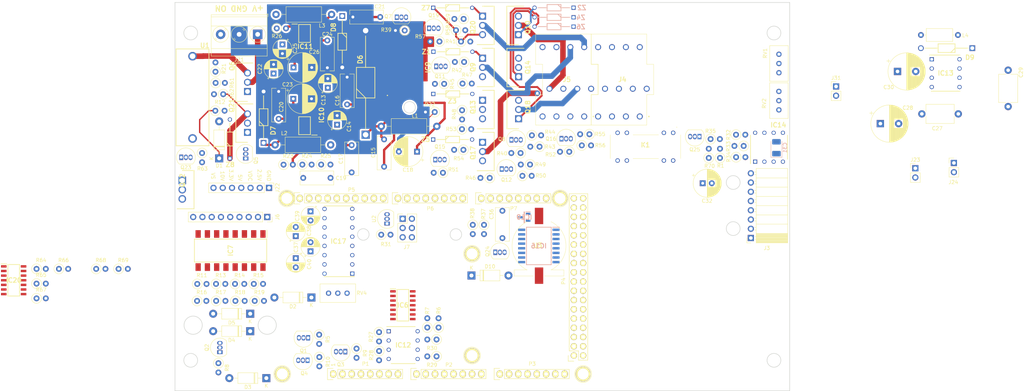
<source format=kicad_pcb>
(kicad_pcb (version 20211014) (generator pcbnew)
  (title_block (date "mar. 31 mars 2015"))
  (layers (0 "F.Cu" power) (1 "In1.Cu" signal) (2 "In2.Cu" signal) (31 "B.Cu" power) (34 "B.Paste" user) (35 "F.Paste" user) (36 "B.SilkS" user "B.Silkscreen") (37 "F.SilkS" user "F.Silkscreen") (38 "B.Mask" user) (39 "F.Mask" user) (44 "Edge.Cuts" user))
  (net 0 "")
  (net 1 "GND")
  (net 2 "+5V")
  (net 3 "+10V")
  (net 4 "+VDC")
  (net 5 "Net-(D10-Pad1)")
  (net 6 "Net-(J31-Pad1)")
  (net 7 "Net-(K1-Pad1)")
  (net 8 "SCLK")
  (net 9 "MOSI")
  (net 10 "MISO")
  (net 11 "Net-(C15-Pad1)")
  (net 12 "Net-(D3-Pad1)")
  (net 13 "ThrottlePositionADC")
  (net 14 "Net-(C15-Pad2)")
  (net 15 "Net-(D2-Pad2)")
  (net 16 "Net-(D3-Pad2)")
  (net 17 "Net-(D4-Pad2)")
  (net 18 "Net-(D8-Pad1)")
  (net 19 "Net-(D9-Pad1)")
  (net 20 "GPSRX")
  (net 21 "GPSTX")
  (net 22 "AltCurrent")
  (net 23 "FuelPressure2")
  (net 24 "AFR2")
  (net 25 "FuelPressure1")
  (net 26 "AFR1")
  (net 27 "OilPressure")
  (net 28 "SCL")
  (net 29 "SDA")
  (net 30 "WaterCS")
  (net 31 "Net-(C37-Pad1)")
  (net 32 "Net-(C38-Pad1)")
  (net 33 "ComRX")
  (net 34 "LsideCS")
  (net 35 "CarbCS")
  (net 36 "AmbientCS")
  (net 37 "RsideCS")
  (net 38 "FrontCS")
  (net 39 "Logging")
  (net 40 "Net-(IC7-Pad1)")
  (net 41 "Net-(C40-Pad1)")
  (net 42 "+3.3VP")
  (net 43 "Net-(D4-Pad1)")
  (net 44 "+2V5")
  (net 45 "Net-(C17-Pad1)")
  (net 46 "Net-(C19-Pad1)")
  (net 47 "Net-(D2-Pad1)")
  (net 48 "Net-(IC7-Pad3)")
  (net 49 "Net-(IC7-Pad7)")
  (net 50 "Net-(C20-Pad1)")
  (net 51 "GPSBat")
  (net 52 "Net-(C24-Pad1)")
  (net 53 "Net-(C27-Pad1)")
  (net 54 "Net-(C28-Pad1)")
  (net 55 "Net-(C30-Pad1)")
  (net 56 "Net-(C31-Pad1)")
  (net 57 "Net-(C32-Pad1)")
  (net 58 "Net-(C37-Pad2)")
  (net 59 "Net-(C38-Pad2)")
  (net 60 "Net-(C39-Pad2)")
  (net 61 "Net-(D5-Pad1)")
  (net 62 "Net-(D5-Pad2)")
  (net 63 "Net-(D7-Pad1)")
  (net 64 "Net-(IC7-Pad5)")
  (net 65 "Net-(IC14-Pad1)")
  (net 66 "IN3TTL")
  (net 67 "IN2TTL")
  (net 69 "IN1TTL")
  (net 72 "/A1")
  (net 76 "ComTX")
  (net 96 "Sense2-1")
  (net 97 "Sense2-3")
  (net 104 "Net-(Q8-Pad3)")
  (net 105 "Net-(IC9-Pad5)")
  (net 107 "Net-(IC10-Pad1)")
  (net 108 "Net-(IC11-Pad1)")
  (net 109 "VoltageSensor")
  (net 110 "Net-(IC12-Pad3)")
  (net 111 "Net-(IC12-Pad5)")
  (net 112 "Net-(IC14-Pad4)")
  (net 113 "Net-(IC14-Pad6)")
  (net 117 "Sense2-4")
  (net 122 "Sense2-6")
  (net 123 "Sense2-7")
  (net 124 "Sense2-8")
  (net 125 "Sense2-9")
  (net 126 "Sense2-10")
  (net 127 "Sense2-11")
  (net 128 "Sense2-12")
  (net 129 "Net-(J24-Pad1)")
  (net 130 "Sense1-1")
  (net 131 "Sense1-3")
  (net 132 "Sense1-4")
  (net 133 "Sense1-7")
  (net 134 "Sense1-10")
  (net 135 "Sense1-11")
  (net 136 "SDCS")
  (net 137 "SDDetect")
  (net 138 "Vacuum1")
  (net 139 "Vacuum2")
  (net 140 "/A10")
  (net 144 "OUTPUTLED2")
  (net 145 "Net-(Q6-Pad1)")
  (net 146 "Net-(Q6-Pad3)")
  (net 147 "OUTPUTLED1")
  (net 148 "Net-(Q7-Pad3)")
  (net 149 "OUTPUTSiren")
  (net 150 "Net-(Q9-Pad1)")
  (net 151 "Net-(Q10-Pad1)")
  (net 152 "OUTPUT4")
  (net 153 "OUTPUT3")
  (net 154 "Net-(Q11-Pad3)")
  (net 155 "OUTPUT2")
  (net 156 "Net-(Q12-Pad3)")
  (net 157 "Net-(Q13-Pad1)")
  (net 158 "Net-(Q14-Pad1)")
  (net 159 "OUTPUT1")
  (net 160 "Net-(Q15-Pad3)")
  (net 161 "Net-(Q16-Pad3)")
  (net 162 "Net-(Q17-Pad1)")
  (net 163 "Net-(Q18-Pad1)")
  (net 164 "Net-(Q19-Pad3)")
  (net 165 "Net-(Q20-Pad1)")
  (net 172 "Net-(C21-Pad1)")
  (net 173 "SpareBufferedADC")
  (net 174 "Sense1-6")
  (net 177 "+VSW")
  (net 178 "Net-(D1-Pad1)")
  (net 179 "PowerOn")
  (net 180 "Net-(J21-Pad1)")
  (net 181 "Net-(Q21-Pad1)")
  (net 182 "+3.3VA")
  (net 184 "Net-(Q5-Pad3)")
  (net 185 "Net-(IC19-Pad2)")
  (net 190 "Net-(Q22-Pad1)")
  (net 191 "Sense1-9")
  (net 192 "Sense1-12")
  (net 193 "Sense1-8")
  (net 194 "/BufferedADC/ADCIN4")
  (net 195 "Sense2-2")
  (net 196 "Sense2-5")
  (net 199 "Net-(K1-Pad6)")
  (footprint "Socket_Arduino_Mega:Socket_Strip_Arduino_2x18" (layer "F.Cu") (at 178.021103 143.971867 90)
    (fp_text reference "P4")
    (fp_text value "Digital")
  )
  (footprint "Socket_Arduino_Mega:Socket_Strip_Arduino_1x08" (layer "F.Cu") (at 111.981103 149.051867)
    (fp_text reference "P1")
    (fp_text value "Power")
  )
  (footprint "Socket_Arduino_Mega:Socket_Strip_Arduino_1x08" (layer "F.Cu") (at 134.841103 149.051867)
    (fp_text reference "P2")
    (fp_text value "Analog")
  )
  (footprint "Socket_Arduino_Mega:Socket_Strip_Arduino_1x08" (layer "F.Cu") (at 157.701103 149.051867)
    (fp_text reference "P3")
    (fp_text value "Analog")
  )
  (footprint "Socket_Arduino_Mega:Socket_Strip_Arduino_1x10" (layer "F.Cu") (at 102.837103 100.791867)
    (fp_text reference "P5")
    (fp_text value "PWM")
  )
  (footprint "Socket_Arduino_Mega:Socket_Strip_Arduino_1x08" (layer "F.Cu") (at 129.761103 100.791867)
    (fp_text reference "P6")
    (fp_text value "PWM")
  )
  (footprint "Socket_Arduino_Mega:Socket_Strip_Arduino_1x08" (layer "F.Cu") (at 152.621103 100.791867)
    (fp_text reference "P7")
    (fp_text value "Communication")
  )
  (footprint "Socket_Arduino_Mega:Arduino_1pin" (layer "F.Cu") (at 98.011103 149.051867)
    (fp_text reference "P8" hide)
    (fp_text value "CONN_01X01" hide)
  )
  (footprint "Socket_Arduino_Mega:Arduino_1pin" (layer "F.Cu") (at 150.081103 143.971867)
    (fp_text reference "P9" hide)
    (fp_text value "CONN_01X01" hide)
  )
  (footprint "Socket_Arduino_Mega:Arduino_1pin" (layer "F.Cu") (at 180.561103 149.051867)
    (fp_text reference "P10" hide)
    (fp_text value "CONN_01X01" hide)
  )
  (footprint "Socket_Arduino_Mega:Arduino_1pin" (layer "F.Cu") (at 99.281103 100.791867)
    (fp_text reference "P11" hide)
    (fp_text value "CONN_01X01" hide)
  )
  (footprint "Socket_Arduino_Mega:Arduino_1pin" (layer "F.Cu") (at 150.081103 116.031867)
    (fp_text reference "P12" hide)
    (fp_text value "CONN_01X01" hide)
  )
  (footprint "Socket_Arduino_Mega:Arduino_1pin" (layer "F.Cu") (at 174.211103 100.791867)
    (fp_text reference "P13" hide)
    (fp_text value "CONN_01X01" hide)
  )
  (footprint "SamacSys_Parts:1727751" (layer "F.Cu") (at 196.101649 78.302385 180)
    (fp_text reference "J4")
    (fp_text value "Sense1" hide)
  )
  (footprint "SamacSys_Parts:1727751" (layer "F.Cu") (at 180.857273 78.302385 180)
    (fp_text reference "J5")
    (fp_text value "Sense2" hide)
  )
  (footprint "SamacSys_Parts:DIOAD1414W86L464D238" (layer "F.Cu") (at 92.892222 85.548437 90)
    (fp_text reference "D7")
    (fp_text value "1N5817" hide)
  )
  (footprint "Diode_THT:D_DO-41_SOD81_P10.16mm_Horizontal" (layer "F.Cu") (at 149.922788 121.993033)
    (fp_text reference "D10")
    (fp_text value "1N4001")
  )
  (footprint "Package_TO_SOT_THT:TO-92_Inline" (layer "F.Cu") (at 160.890074 84.718743)
    (fp_text reference "Q8")
    (fp_text value "2N7000")
  )
  (footprint "Resistor_THT:R_Axial_DIN0207_L6.3mm_D2.5mm_P2.54mm_Vertical" (layer "F.Cu") (at 168.607802 86.594047 180)
    (fp_text reference "R43")
    (fp_text value "100k")
  )
  (footprint "Diode_THT:D_DO-41_SOD81_P10.16mm_Horizontal" (layer "F.Cu") (at 80.706318 89.808709 90)
    (fp_text reference "D1")
    (fp_text value "1N4007")
  )
  (footprint "Package_TO_SOT_THT:TO-92_Inline" (layer "F.Cu") (at 174.624522 84.413207)
    (fp_text reference "Q16")
    (fp_text value "2N7000")
  )
  (footprint "SamacSys_Parts:TO254P469X1042X1967-3P" (layer "F.Cu") (at 152.969072 73.847266 -90)
    (fp_text reference "Q13")
    (fp_text value "IRF9Z34NPBF" hide)
  )
  (footprint "Resistor_THT:R_Axial_DIN0207_L6.3mm_D2.5mm_P2.54mm_Vertical" (layer "F.Cu") (at 108.14467 138.243255 -90)
    (fp_text reference "R5")
    (fp_text value "R")
  )
  (footprint "Resistor_THT:R_Axial_DIN0207_L6.3mm_D2.5mm_P2.54mm_Vertical" (layer "F.Cu") (at 30.596306 124.220235)
    (fp_text reference "R65")
    (fp_text value "47K")
  )
  (footprint "Resistor_THT:R_Axial_DIN0207_L6.3mm_D2.5mm_P2.54mm_Vertical" (layer "F.Cu") (at 180.195444 86.247727)
    (fp_text reference "R56")
    (fp_text value "10k")
  )
  (footprint "SamacSys_Parts:TO254P469X1042X1967-3P" (layer "F.Cu") (at 88.471625 71.436679 90)
    (fp_text reference "Q6")
    (fp_text value "IRF9Z34NPBF" hide)
  )
  (footprint "Capacitor_THT:CP_Radial_D10.0mm_P5.00mm" (layer "F.Cu") (at 266.818632 65.935118)
    (fp_text reference "C30")
    (fp_text value "68uF")
  )
  (footprint "Resistor_THT:R_Axial_DIN0207_L6.3mm_D2.5mm_P2.54mm_Vertical" (layer "F.Cu") (at 147.774095 51.494803 180)
    (fp_text reference "R59")
    (fp_text value "10k")
  )
  (footprint "Resistor_THT:R_Axial_DIN0207_L6.3mm_D2.5mm_P2.54mm_Vertical" (layer "F.Cu") (at 147.351508 76.587832 -90)
    (fp_text reference "R48")
    (fp_text value "10k")
  )
  (footprint "Resistor_THT:R_Axial_DIN0207_L6.3mm_D2.5mm_P2.54mm_Vertical" (layer "F.Cu") (at 30.596306 120.170235)
    (fp_text reference "R64")
    (fp_text value "47K")
  )
  (footprint "Resistor_THT:R_Axial_DIN0207_L6.3mm_D2.5mm_P2.54mm_Vertical" (layer "F.Cu") (at 139.843058 77.085069 180)
    (fp_text reference "R22")
    (fp_text value "4.7K")
  )
  (footprint "Resistor_THT:R_Axial_DIN0207_L6.3mm_D2.5mm_P2.54mm_Vertical" (layer "F.Cu") (at 147.061383 57.723321)
    (fp_text reference "R41")
    (fp_text value "100k")
  )
  (footprint "Connector_PinHeader_2.54mm:PinHeader_1x02_P2.54mm_Vertical" (layer "F.Cu") (at 282.290646 91.070005)
    (fp_text reference "J24")
    (fp_text value "Conn_01x02")
  )
  (footprint "Inductor_THT:L_Axial_L9.5mm_D4.0mm_P15.24mm_Horizontal_Fastron_SMCC" (layer "F.Cu") (at 96.052169 86.102393)
    (fp_text reference "L2")
    (fp_text value "100mH")
  )
  (footprint "Resistor_THT:R_Axial_DIN0207_L6.3mm_D2.5mm_P2.54mm_Vertical" (layer "F.Cu") (at 79.68735 66.00258 90)
    (fp_text reference "R21")
    (fp_text value "4.7K")
  )
  (footprint "Resistor_THT:R_Axial_DIN0207_L6.3mm_D2.5mm_P2.54mm_Vertical" (layer "F.Cu") (at 79.730457 69.077531)
    (fp_text reference "R61")
    (fp_text value "10k")
  )
  (footprint "SamacSys_Parts:DIOAD1414W86L464D238" (layer "F.Cu") (at 114.476323 50.716346 -90)
    (fp_text reference "D8")
    (fp_text value "1N5817" hide)
  )
  (footprint "Resistor_THT:R_Axial_DIN0207_L6.3mm_D2.5mm_P2.54mm_Vertical" (layer "F.Cu") (at 145.684095 54.609942)
    (fp_text reference "R58")
    (fp_text value "100k")
  )
  (footprint "Package_TO_SOT_THT:TO-92_Inline" (layer "F.Cu") (at 70.30385 89.526564)
    (fp_text reference "Q23")
    (fp_text value "2N7000")
  )
  (footprint "Package_TO_SOT_THT:TO-92_Inline" (layer "F.Cu") (at 80.900124 143.055955 90)
    (fp_text reference "Q2")
    (fp_text value "2N7000")
  )
  (footprint "SamacSys_Parts:DIOAD2860W130L840D505" (layer "F.Cu") (at 120.888367 83.319611 90)
    (fp_text reference "D6")
    (fp_text value "SR305-TP" hide)
  )
  (footprint "Package_TO_SOT_THT:TO-92_Inline" (layer "F.Cu") (at 126.761923 107.716737 90)
    (fp_text reference "U2")
    (fp_text value "TL431LP")
  )
  (footprint "Package_TO_SOT_THT:TO-92_Inline" (layer "F.Cu") (at 156.465712 115.613141)
    (fp_text reference "Q24")
    (fp_text value "BS250")
  )
  (footprint "Inductor_THT:L_Axial_L7.0mm_D3.3mm_P10.16mm_Horizontal_Fastron_MICC" (layer "F.Cu") (at 273.243312 55.918097)
    (fp_text reference "L4")
    (fp_text value "L")
  )
  (footprint "Package_TO_SOT_THT:TO-92_Inline" (layer "F.Cu") (at 140.001723 90.159892)
    (fp_text reference "Q15")
    (fp_text value "2N7000")
  )
  (footprint "SamacSys_Parts:LM2670SX50NOPB" (layer "F.Cu") (at 130.658449 62.667147 -90)
    (fp_text reference "IC9")
    (fp_text value "LM2670SX-5.0_NOPB" hide)
  )
  (footprint "Resistor_THT:R_Axial_DIN0207_L6.3mm_D2.5mm_P2.54mm_Vertical" (layer "F.Cu") (at 125.17237 110.772561)
    (fp_text reference "R31")
    (fp_text value "1k")
  )
  (footprint "Resistor_THT:R_Axial_DIN0207_L6.3mm_D2.5mm_P2.54mm_Vertical" (layer "F.Cu") (at 30.596306 128.270235)
    (fp_text reference "R67")
    (fp_text value "47K")
  )
  (footprint "Resistor_THT:R_Axial_DIN0207_L6.3mm_D2.5mm_P2.54mm_Vertical" (layer "F.Cu") (at 103.527591 91.520795)
    (fp_text reference "R24")
    (fp_text value "1k")
  )
  (footprint "TerminalBlock_Phoenix:TerminalBlock_Phoenix_MKDS-3-3-5.08_1x03_P5.08mm_Horizontal" (layer "F.Cu") (at 91.265191 55.74306 180)
    (fp_text reference "J21")
    (fp_text value "Screw_Terminal_01x03")
  )
  (footprint "Capacitor_THT:C_Rect_L9.0mm_W3.6mm_P7.50mm_MKT" (layer "F.Cu") (at 103.764498 95.181025)
    (fp_text reference "C19")
    (fp_text value "C")
  )
  (footprint "SamacSys_Parts:DIP051A7212L" (layer "F.Cu") (at 205.260789 82.788109 180)
    (fp_text reference "K1")
    (fp_text value "DIP05-1A72-12L" hide)
  )
  (footprint "Capacitor_THT:CP_Radial_D5.0mm_P2.50mm" (layer "F.Cu") (at 113.074331 80.554802 90)
    (fp_text reference "C14")
    (fp_text value "15uF")
  )
  (footprint "Resistor_THT:R_Axial_DIN0207_L6.3mm_D2.5mm_P2.54mm_Vertical" (layer "F.Cu") (at 154.933747 95.182935 180)
    (fp_text reference "R46")
    (fp_text value "1M")
  )
  (footprint "Resistor_THT:R_Axial_DIN0207_L6.3mm_D2.5mm_P2.54mm_Vertical" (layer "F.Cu") (at 118.390456 142.064558 -90)
    (fp_text reference "R9")
    (fp_text value "R")
  )
  (footprint "Package_TO_SOT_THT:TO-92_Inline" (layer "F.Cu") (at 138.302382 54.07777)
    (fp_text reference "Q19")
    (fp_text value "2N7000")
  )
  (footprint "Connector_PinSocket_2.54mm:PinSocket_1x09_P2.54mm_Vertical" (layer "F.Cu") (at 93.896762 105.925624 -90)
    (fp_text reference "J6")
    (fp_text value "AdafruitUltimateGPS")
  )
  (footprint "Resistor_THT:R_Axial_DIN0207_L6.3mm_D2.5mm_P2.54mm_Vertical" (layer "F.Cu") (at 153.369046 108.072849 -90)
    (fp_text reference "R37")
    (fp_text value "10k")
  )
  (footprint "SamacSys_Parts:TO254P469X1042X1967-3P" (layer "F.Cu") (at 152.969072 50.748732 -90)
    (fp_text reference "Q20")
    (fp_text value "IRF9Z34NPBF" hide)
  )
  (footprint "Resistor_THT:R_Axial_DIN0207_L6.3mm_D2.5mm_P2.54mm_Vertical" (layer "F.Cu") (at 224.611282 86.399558 180)
    (fp_text reference "R33")
    (fp_text value "22k")
  )
  (footprint "Connector_PinHeader_2.54mm:PinHeader_1x07_P2.54mm_Vertical" (layer "F.Cu") (at 94.384854 97.908551 -90)
    (fp_text reference "J22")
    (fp_text value "Conn_01x07")
  )
  (footprint "SamacSys_Parts:SOP254P1016X460-16N" (layer "F.Cu") (at 83.828519 115.129706 -90)
    (fp_text reference "IC7")
    (fp_text value "LTV-846S" hide)
  )
  (footprint "SamacSys_Parts:DIOAD1068W53L380D172" (layer "F.Cu") (at 139.400409 84.637116)
    (fp_text reference "Z5")
    (fp_text value "BZX79C10" hide)
  )
  (footprint "Capacitor_THT:C_Rect_L9.0mm_W3.6mm_P7.50mm_MKT" (layer "F.Cu") (at 158.411378 104.207199 -90)
    (fp_text reference "C36")
    (fp_text value "0.1uF")
  )
  (footprint "SamacSys_Parts:SOIC127P600X175-8N" (layer "F.Cu") (at 104.129277 55.498893)
    (fp_text reference "IC11")
    (fp_text value "LM2597M-3.3_NOPB" hide)
  )
  (footprint "Resistor_THT:R_Axial_DIN0207_L6.3mm_D2.5mm_P2.54mm_Vertical" (layer "F.Cu") (at 165.995474 91.505499 180)
    (fp_text reference "R49")
    (fp_text value "100k")
  )
  (footprint "SamacSys_Parts:DIOAD1414W86L464D238" (layer "F.Cu") (at 287.336282 59.535751 180)
    (fp_text reference "D9")
    (fp_text value "1N5817" hide)
  )
  (footprint "Resistor_THT:R_Axial_DIN0207_L6.3mm_D2.5mm_P2.54mm_Vertical" (layer "F.Cu") (at 218.11185 89.695625 90)
    (fp_text reference "R1")
    (fp_text value "50K")
  )
  (footprint "Package_TO_SOT_THT:TO-92_Inline" (layer "F.Cu") (at 158.237869 92.748083)
    (fp_text reference "Q12")
    (fp_text value "2N7000")
  )
  (footprint "Capacitor_THT:CP_Radial_D5.0mm_P2.50mm" (layer "F.Cu") (at 105.777591 104.378775 -90)
    (fp_text reference "C39")
    (fp_text value "1uF")
  )
  (footprint "Capacitor_THT:CP_Radial_D5.0mm_P2.50mm" (layer "F.Cu") (at 101.718203 117.243175 -90)
    (fp_text reference "C40")
    (fp_text value "1uF")
  )
  (footprint "Resistor_THT:R_Axial_DIN0207_L6.3mm_D2.5mm_P2.54mm_Vertical" (layer "F.Cu") (at 74.694746 124.310636)
    (fp_text reference "R11")
    (fp_text value "R")
  )
  (footprint "Resistor_THT:R_Axial_DIN0207_L6.3mm_D2.5mm_P2.54mm_Vertical" (layer "F.Cu") (at 80.495888 146.081552 -90)
    (fp_text reference "R8")
    (fp_text value "R")
  )
  (footprint "Capacitor_THT:C_Rect_L9.0mm_W3.6mm_P7.50mm_MKT" (layer "F.Cu") (at 115.811046 75.003572 90)
    (fp_text reference "C16")
    (fp_text value "0.47uF")
  )
  (footprint "Resistor_THT:R_Axial_DIN0207_L6.3mm_D2.5mm_P2.54mm_Vertical" (layer "F.Cu") (at 108.188893 144.400128 -90)
    (fp_text reference "R10")
    (fp_text value "R")
  )
  (footprint "Resistor_THT:R_Axial_DIN0207_L6.3mm_D2.5mm_P2.54mm_Vertical" (layer "F.Cu") (at 147.470927 69.262584)
    (fp_text reference "R47")
    (fp_text value "100k")
  )
  (footprint "Potentiometer_THT:Potentiometer_Bourns_3296W_Vertical" (layer "F.Cu") (at 234.269282 71.412676 90)
    (fp_text reference "RV2")
    (fp_text value "100k")
  )
  (footprint "Resistor_THT:R_Axial_DIN0207_L6.3mm_D2.5mm_P2.54mm_Vertical" (layer "F.Cu") (at 79.646209 76.71853)
    (fp_text reference "R12")
    (fp_text value "1M")
  )
  (footprint "Resistor_THT:R_Axial_DIN0207_L6.3mm_D2.5mm_P2.54mm_Vertical" (layer "F.Cu") (at 222.515112 83.302677)
    (fp_text reference "R32")
    (fp_text value "10k")
  )
  (footprint "Package_TO_SOT_THT:TO-92_Inline" (layer "F.Cu") (at 115.307996 142.905635 180)
    (fp_text reference "Q3")
    (fp_text value "2N7000")
  )
  (footprint "SamacSys_Parts:DIP762W56P254L938H457Q8N" (layer "F.Cu") (at 280.020903 66.400053)
    (fp_text reference "IC13")
    (fp_text value "MAX764CPA+" hide)
  )
  (footprint "Resistor_THT:R_Axial_DIN0207_L6.3mm_D2.5mm_P2.54mm_Vertical" (layer "F.Cu") (at 147.90809 63.328614 180)
    (fp_text reference "R42")
    (fp_text value "10k")
  )
  (footprint "Capacitor_THT:C_Rect_L9.0mm_W3.6mm_P7.50mm_MKT" (layer "F.Cu") (at 125.959526 92.097663 90)
    (fp_text reference "C15")
    (fp_text value "0.1uF")
  )
  (footprint "Resistor_THT:R_Axial_DIN0207_L6.3mm_D2.5mm_P2.54mm_Vertical" (layer "F.Cu") (at 222.538892 89.478639)
    (fp_text reference "R34")
    (fp_text value "100k")
  )
  (footprint "Capacitor_THT:CP_Radial_D8.0mm_P5.00mm" (layer "F.Cu") (at 134.997929 87.96466 180)
    (fp_text reference "C18")
    (fp_text value "120uF")
  )
  (footprint "SamacSys_Parts:TO254P469X1042X1967-3P" (layer "F.Cu") (at 152.969072 85.396534 -90)
    (fp_text reference "Q17")
    (fp_text value "IRF9Z34NPBF" hide)
  )
  (footprint "Capacitor_THT:C_Disc_D7.5mm_W5.0mm_P10.00mm" (layer "F.Cu") (at 273.496315 77.595829)
    (fp_text reference "C27")
    (fp_text value "0.1uF")
  )
  (footprint "Capacitor_THT:C_Disc_D7.5mm_W5.0mm_P10.00mm" (layer "F.Cu") (at 297.169431 65.58462 -90)
    (fp_text reference "C29")
    (fp_text value "0.1uF")
  )
  (footprint "Capacitor_THT:CP_Radial_D5.0mm_P2.50mm" (layer "F.Cu") (at 110.50866 70.406149 90)
    (fp_text reference "C13")
    (fp_text value "15uF")
  )
  (footprint "Resistor_THT:R_Axial_DIN0207_L6.3mm_D2.5mm_P2.54mm_Vertical" (layer "F.Cu") (at 53.106306 120.170235)
    (fp_text reference "R69")
    (fp_text value "47K")
  )
  (footprint "Package_TO_SOT_THT:TO-92_Inline" (layer "F.Cu") (at 140.261823 64.541196)
    (fp_text reference "Q11")
    (fp_text value "2N7000")
  )
  (footprint "Resistor_THT:R_Axial_DIN0207_L6.3mm_D2.5mm_P2.54mm_Vertical" (layer "F.Cu") (at 36.736306 120.170235)
    (fp_text reference "R66")
    (fp_text value "47K")
  )
  (footprint "Resistor_THT:R_Axial_DIN0207_L6.3mm_D2.5mm_P2.54mm_Vertical" (layer "F.Cu") (at 142.435361 69.333515 180)
    (fp_text reference "R45")
    (fp_text value "1M")
  )
  (footprint "SamacSys_Parts:TO254P465X1024X2050-3P" (layer "F.Cu") (at 70.584136 95.867232 -90)
    (fp_text reference "Q22")
    (fp_text value "IRF9610PBF-BE3" hide)
  )
  (footprint "Diode_THT:D_DO-41_SOD81_P10.16mm_Horizontal" (layer "F.Cu") (at 106.014873 128.035381 180)
    (fp_text reference "D2")
    (fp_text value "1N4007")
  )
  (footprint "SamacSys_Parts:SOIC127P600X175-8N" (layer "F.Cu") (at 104.129277 80.832944 180)
    (fp_text reference "IC10")
    (fp_text value "LM2597MX-ADJ_NOPB" hide)
  )
  (footprint "Resistor_THT:R_Axial_DIN0207_L6.3mm_D2.5mm_P2.54mm_Vertical" (layer "F.Cu") (at 74.643204 128.969754)
    (fp_text reference "R16")
    (fp_text value "R")
  )
  (footprint "Capacitor_THT:C_Rect_L9.0mm_W3.6mm_P7.50mm_MKT" (layer "F.Cu") (at 124.890197 50.980698 180)
    (fp_text reference "C21")
    (fp_text value "0.1uF")
  )
  (footprint "Connector_PinSocket_2.54mm:PinSocket_1x08_P2.54mm_Horizontal" (layer "F.Cu") (at 226.581182 111.690722 180)
    (fp_text reference "J3")
    (fp_text value "Conn_01x08")
  )
  (footprint "Resistor_THT:R_Axial_DIN0207_L6.3mm_D2.5mm_P2.54mm_Vertical" (layer "F.Cu") (at 96.49804 54.101895)
    (fp_text reference "R26")
    (fp_text value "4.7K")
  )
  (footprint "Resistor_THT:R_Axial_DIN0207_L6.3mm_D2.5mm_P2.54mm_Vertical" (layer "F.Cu") (at 85.160444 128.969754)
    (fp_text reference "R18")
    (fp_text value "R")
  )
  (footprint "Resistor_THT:R_Axial_DIN0207_L6.3mm_D2.5mm_P2.54mm_Vertical" (layer "F.Cu") (at 124.580055 137.553389 -90)
    (fp_text reference "R27")
    (fp_text value "47k")
  )
  (footprint "SamacSys_Parts:DIP762W56P254L1918H457Q16N" (layer "F.Cu") (at 113.417007 112.593659 180)
    (fp_text reference "IC17")
    (fp_text value "MAX232CPE+" hide)
  )
  (footprint "SamacSys_Parts:S8411-45R_1" (layer "F.Cu") (at 168.461826 113.832474)
    (fp_text reference "U3")
    (fp_text value "S8411-45R" hide)
  )
  (footprint "Resistor_THT:R_Axial_DIN0207_L6.3mm_D2.5mm_P2.54mm_Vertical" (layer "F.Cu") (at 140.349949 139.56494 180)
    (fp_text reference "R30")
    (fp_text value "1M")
  )
  (footprint "SamacSys_Parts:DIOAD1068W53L380D172" (layer "F.Cu") (at 139.490551 60.519109)
    (fp_text reference "Z1")
    (fp_text value "BZX79C10" hide)
  )
  (footprint "Resistor_THT:R_Axial_DIN0207_L6.3mm_D2.5mm_P2.54mm_Vertical" (layer "F.Cu") (at 163.902377 94.613038)
    (fp_text reference "R50")
    (fp_text value "10k")
  )
  (footprint "Capacitor_THT:CP_Radial_D10.0mm_P5.00mm" (layer "F.Cu") (at 262.116355 80.268211)
    (fp_text reference "C28")
    (fp_text value "120uF")
  )
  (footprint "Capacitor_THT:CP_Radial_D5.0mm_P2.50mm" (layer "F.Cu") (at 101.718203 111.16616 90)
    (fp_text reference "C38")
    (fp_text value "1uF")
  )
  (footprint "SamacSys_Parts:DIOAD1068W53L380D172" (layer "F.Cu") (at 83.647496 89.836968 90)
    (fp_text reference "Z8")
    (fp_text value "BZX79C10" hide)
  )
  (footprint "SamacSys_Parts:DIOAD1068W53L380D172" (layer "F.Cu") (at 139.423779 48.453427)
    (fp_text reference "Z7")
    (fp_text value "BZX79C10" hide)
  )
  (footprint "SamacSys_Parts:DIOAD1068W53L380D172" (layer "F.Cu") (at 139.45174 72.11057)
    (fp_text reference "Z3")
    (fp_text value "BZX79C10" hide)
  )
  (footprint "SamacSys_Parts:BK_HTC-15M" (layer "F.Cu") (at 73.402741 73.046955 -90)
    (fp_text reference "U1")
    (fp_text value "BK_HTC-15M" hide)
  )
  (footprint "Potentiometer_THT:Potentiometer_Bourns_3296W_Vertical" (layer "F.Cu") (at 234.282747 61.210156 90)
    (fp_text reference "RV1")
    (fp_text value "100k")
  )
  (footprint "Package_TO_SOT_THT:TO-92_Inline" (layer "F.Cu") (at 129.439411 51.033297)
    (fp_text reference "Q7")
    (fp_text value "2N7000")
  )
  (footprint "Capacitor_THT:CP_Radial_D8.0mm_P5.00mm" (layer "F.Cu") (at 101.10432 64.85092)
    (fp_text reference "C26")
    (fp_text value "120uF")
  )
  (footprint "Resistor_THT:R_Axial_DIN0207_L6.3mm_D2.5mm_P2.54mm_Vertical" (layer "F.Cu") (at 108.692696 91.511172)
    (fp_text reference "R25")
    (fp_text value "7.5K")
  )
  (footprint "Capacitor_THT:C_Rect_L9.0mm_W3.6mm_P7.50mm_MKT" (layer "F.Cu") (at 97.028073 78.937346 90)
    (fp_text reference "C20")
    (fp_text value "0.1uF")
  )
  (footprint "Resistor_THT:R_Axial_DIN0207_L6.3mm_D2.5mm_P2.54mm_Vertical" (layer "F.Cu") (at 140.349949 144.204149 180)
    (fp_text reference "R29")
    (fp_text value "1M")
  )
  (footprint "Package_TO_SOT_THT:TO-92_Inline" (layer "F.Cu") (at 87.981625 89.848535 90)
    (fp_text reference "Q5")
    (fp_text value "2N7000")
  )
  (footprint "Resistor_THT:R_Axial_DIN0207_L6.3mm_D2.5mm_P2.54mm_Vertical" (layer "F.Cu") (at 90.206231 124.300044)
    (fp_text reference "R15")
    (fp_text value "R")
  )
  (footprint "Capacitor_THT:CP_Radial_D5.0mm_P2.50mm" (layer "F.Cu") (at 95.632742 66.514509 90)
    (fp_text reference "C22")
    (fp_text value "68uF")
  )
  (footprint "SamacSys_Parts:DIP794W53P254L959H508Q8N" (layer "F.Cu") (at 131.188172 141.111343)
    (fp_text reference "IC12")
    (fp_text value "OPA2340PA" hide)
  )
  (footprint "SamacSys_Parts:TO254P469X1042X1967-3P" (layer "F.Cu") (at 162.856372 67.377999 90)
    (fp_text reference "Q14")
    (fp_text value "IRF9Z34NPBF" hide)
  )
  (footprint "Capacitor_THT:CP_Radial_D8.0mm_P5.00mm" (layer "F.Cu") (at 101.039155 73.440926)
    (fp_text reference "C23")
    (fp_text value "120uF")
  )
  (footprint "Resistor_THT:R_Axial_DIN0207_L6.3mm_D2.5mm_P2.54mm_Vertical" (layer "F.Cu") (at 81.820457 72.188222 180)
    (fp_text reference "R62")
    (fp_text value "100k")
  )
  (footprint "Resistor_THT:R_Axial_DIN0207_L6.3mm_D2.5mm_P2.54mm_Vertical" (layer "F.Cu") (at 215.533768 84.507989)
    (fp_text reference "R35")
    (fp_text value "470")
  )
  (footprint "Resistor_THT:R_Axial_DIN0207_L6.3mm_D2.5mm_P2.54mm_Vertical" (layer "F.Cu") (at 147.321733 81.789741)
    (fp_text reference "R53")
    (fp_text value "100k")
  )
  (footprint "Resistor_THT:R_Axial_DIN0207_L6.3mm_D2.5mm_P2.54mm_Vertical" (layer "F.Cu") (at 150.284621 108.072849 -90)
    (fp_text reference "R38")
    (fp_text value "10k")
  )
  (footprint "Resistor_THT:R_Axial_DIN0207_L6.3mm_D2.5mm_P2.54mm_Vertical" (layer "F.Cu") (at 182.285444 83.181704 180)
    (fp_text reference "R55")
    (fp_text value "100k")
  )
  (footprint "Connector_PinHeader_2.54mm:PinHeader_1x02_P2.54mm_Vertical" (layer "F.Cu") (at 271.707907 92.526273)
    (fp_text reference "J23")
    (fp_text value "Conn_01x02")
  )
  (footprint "Resistor_THT:R_Axial_DIN0207_L6.3mm_D2.5mm_P2.54mm_Vertical" (layer "F.Cu") (at 176.759399 87.990319 180)
    (fp_text reference "R52")
    (fp_text value "1M")
  )
  (footprint "Capacitor_THT:C_Rect_L9.0mm_W3.6mm_P7.50mm_MKT" (layer "F.Cu") (at 117.048182 86.173182 -90)
    (fp_text reference "C17")
    (fp_text value "0.1uF")
  )
  (footprint "Resistor_THT:R_Axial_DIN0207_L6.3mm_D2.5mm_P2.54mm_Vertical" (layer "F.Cu") (at 166.497814 83.480017)
    (fp_text reference "R44")
    (fp_text value "10k")
  )
  (footprint "Diode_THT:D_DO-41_SOD81_P10.16mm_Horizontal" (layer "F.Cu") (at 89.215623 132.49789 180)
    (fp_text reference "D5")
    (fp_text value "1N4007")
  )
  (footprint "Capacitor_THT:CP_Radial_D7.5mm_P2.50mm" (layer "F.Cu") (at 213.364343 96.645672)
    (fp_text reference "C32")
    (fp_text value "1uF")
  )
  (footprint "SamacSys_Parts:SOIC127P600X175-14N" (layer "F.Cu") (at 131.098932 130.15138)
    (fp_text reference "IC6")
    (fp_text value "OPA4340UA" hide)
  )
  (footprint "Package_TO_SOT_THT:TO-92_Inline" (layer "F.Cu") (at 212.470219 83.820747 180)
    (fp_text reference "Q25")
    (fp_text value "2N7000")
  )
  (footprint "SamacSys_Parts:TO254P469X1042X1967-3P" (layer "F.Cu") (at 88.471625 82.669124 90)
    (fp_text reference "Q21")
    (fp_text value "IRF9Z34NPBF" hide)
  )
  (footprint "Capacitor_THT:CP_Radial_D5.0mm_P2.50mm" (layer "F.Cu") (at 98.051565 58.524371 -90)
    (fp_text reference "C25")
    (fp_text value "68uF")
  )
  (footprint "Resistor_THT:R_Axial_DIN0207_L6.3mm_D2.5mm_P2.54mm_Vertical" (layer "F.Cu") (at 90.456359 128.969754)
    (fp_text reference "R19")
    (fp_text value "R")
  )
  (footprint "Resistor_THT:R_Axial_DIN0207_L6.3mm_D2.5mm_P2.54mm_Vertical" (layer "F.Cu") (at 46.966306 120.170235)
    (fp_text reference "R68")
    (fp_text value "47K")
  )
  (footprint "Resistor_THT:R_Axial_DIN0207_L6.3mm_D2.5mm_P2.54mm_Vertical" (layer "F.Cu") (at 215.03261 89.695625 90)
    (fp_text reference "R70")
    (fp_text value "R")
  )
  (footprint "SamacSys_Parts:SOIC127P600X175-14N" (layer "F.Cu") (at 24.321306 123.295235)
    (fp_text reference "IC20")
    (fp_text value "OPA4340UA" hide)
  )
  (footprint "Resistor_THT:R_Axial_DIN0207_L6.3mm_D2.5mm_P2.54mm_Vertical" (layer "F.Cu") (at 140.895923 136.279417 90)
    (fp_text reference "R6")
    (fp_text value "47K")
  )
  (footprint "Resistor_THT:R_Axial_DIN0207_L6.3mm_D2.5mm_P2.54mm_Vertical" (layer "F.Cu") (at 147.711926 87.463195 180)
    (fp_text reference "R54")
    (fp_text value "10k")
  )
  (footprint "Resistor_THT:R_Axial_DIN0207_L6.3mm_D2.5mm_P2.54mm_Vertical" (layer "F.Cu") (at 124.58691 142.739408 -90)
    (fp_text reference "R28")
    (fp_text value "19.2k")
  )
  (footprint "Connector_PinHeader_2.54mm:PinHeader_2x03_P2.54mm_Vertical" (layer "F.Cu") (at 131.045497 106.400942)
    (fp_text reference "J7")
    (fp_text value "Conn_02x03_Odd_Even")
  )
  (footprint "Resistor_THT:R_Axial_DIN0207_L6.3mm_D2.5mm_P2.54mm_Vertical" (layer "F.Cu") (at 163.398789 88.34917 180)
    (fp_text reference "R40")
    (fp_text value "1M")
  )
  (footprint "Capacitor_THT:C_Rect_L9.0mm_W3.6mm_P7.50mm_MKT" (layer "F.Cu") (at 110.383568 57.41471 -90)
    (fp_text reference "C24")
    (fp_text value "0.1uF")
  )
  (footprint "Resistor_THT:R_Axial_DIN0207_L6.3mm_D2.5mm_P2.54mm_Vertical" (layer "F.Cu") (at 131.603846 54.678143 180)
    (fp_text reference "R39")
    (fp_text value "1M")
  )
  (footprint "Resistor_THT:R_Axial_DIN0207_L6.3mm_D2.5mm_P2.54mm_Vertical" (layer "F.Cu") (at 142.096841 93.759769 180)
    (fp_text reference "R51")
    (fp_text value "1M")
  )
  (footprint "SamacSys_Parts:TO254P469X1042X1967-3P" (layer "F.Cu") (at 152.969072 62.297999 -90)
    (fp_text reference "Q9")
    (fp_text value "IRF9Z34NPBF" hide)
  )
  (footprint "Connector_PinHeader_2.54mm:PinHeader_1x02_P2.54mm_Vertical" (layer "F.Cu") (at 249.958807 70.056607)
    (fp_text reference "J31")
    (fp_text value "Conn_01x02")
  )
  (footprint "Resistor_THT:R_Axial_DIN0207_L6.3mm_D2.5mm_P2.54mm_Vertical" (layer "F.Cu") (at 79.847587 124.300044)
    (fp_text reference "R13")
    (fp_text value "R")
  )
  (footprint "Diode_THT:D_DO-41_SOD81_P10.16mm_Horizontal" (layer "F.Cu") (at 89.215623 137.290538 180)
    (fp_text reference "D4")
    (fp_text value "1N4007")
  )
  (footprint "Resistor_THT:R_Axial_DIN0207_L6.3mm_D2.5mm_P2.54mm_Vertical" (layer "F.Cu") (at 79.880741 128.9613)
    (fp_text reference "R17")
    (fp_text value "R")
  )
  (footprint "Resistor_THT:R_Axial_DIN0207_L6.3mm_D2.5mm_P2.54mm_Vertical" (layer "F.Cu") (at 76.015836 88.348196 -90)
    (fp_text reference "R63")
    (fp_text value "1M")
  )
  (footprint "Package_TO_SOT_THT:TO-92_Inline" (layer "F.Cu") (at 105.116442 139.102243 180)
    (fp_text reference "Q1")
    (fp_text value "2N7000")
  )
  (footprint "Resistor_THT:R_Axial_DIN0207_L6.3mm_D2.5mm_P2.54mm_Vertical" (layer "F.Cu") (at 98.369916 91.532792)
    (fp_text reference "R23")
    (fp_text value "4.7K")
  )
  (footprint "Capacitor_THT:CP_Radial_D5.0mm_P2.50mm" (layer "F.Cu") (at 105.777591 115.358794 90)
    (fp_text reference "C37")
    (fp_text value "1uF")
  )
  (footprint "Inductor_THT:L_Axial_L9.5mm_D4.0mm_P15.24mm_Horizontal_Fastron_SMCC" (layer "F.Cu") (at 125.176314 81.011745)
    (fp_text reference "L1")
    (fp_text value "33mH")
  )
  (footprint "Package_TO_SOT_THT:TO-92_Inline" (layer "F.Cu") (at 104.958993 145.284716 180)
    (fp_text reference "Q4")
    (fp_text value "2N7000")
  )
  (footprint "SamacSys_Parts:DIP794W53P254L959H508Q8N" (layer "F.Cu") (at 231.565408 86.750409 90)
    (fp_text reference "IC14")
    (fp_text value "LM2917N-8_NOPB" hide)
  )
  (footprint "Resistor_THT:R_Axial_DIN0207_L6.3mm_D2.5mm_P2.54mm_Vertical" (layer "F.Cu") (at 137.809949 136.273878 90)
    (fp_text reference "R7")
    (fp_text value "47K")
  )
  (footprint "SamacSys_Parts:TO254P469X1042X1967-3P" (layer "F.Cu") (at 162.809284 55.828732 90)
    (fp_text reference "Q10")
    (fp_text value "IRF9Z34NPBF" hide)
  )
  (footprint "Inductor_THT:L_Axial_L9.5mm_D4.0mm_P15.24mm_Horizontal_Fastron_SMCC" (layer "F.Cu") (at 111.539762 50.273726 180)
    (fp_text reference "L3")
    (fp_text value "100mH")
  )
  (footprint "Potentiometer_THT:Potentiometer_Bourns_3296W_Vertical" (layer "F.Cu") (at 115.792691 126.844738)
    (fp_text reference "RV4")
    (fp_text value "500k")
  )
  (footprint "SamacSys_Parts:TO254P469X1042X1967-3P" (layer "F.Cu") (at 162.856372 78.927266 90)
    (fp_text reference "Q18")
    (fp_text value "IRF9Z34NPBF" hide)
  )
  (footprint "Diode_THT:D_DO-41_SOD81_P10.16mm_Horizontal" (layer "F.Cu") (at 93.649524 150.18213 180)
    (fp_text reference "D3")
    (fp_text value "1N4007")
  )
  (footprint "Resistor_THT:R_Axial_DIN0207_L6.3mm_D2.5mm_P2.54mm_Vertical" (layer "F.Cu") (at 85.053394 124.300044)
    (fp_text reference "R14")
    (fp_text value "R")
  )
  (footprint "Resistor_THT:R_Axial_DIN0207_L6.3mm_D2.5mm_P2.54mm_Vertical" (layer "F.Cu") (at 141.143843 57.709522 180)
    (fp_text reference "R57")
    (fp_text value "1M")
  )
  (footprint "SamacSys_Parts:SOT95P237X112-3N" (layer "B.Cu") (at 164.421368 105.999459 180)
    (fp_text reference "IC19")
    (fp_text value "MAX6326UR31+T" hide)
  )
  (footprint "SamacSys_Parts:SOIC127P1032X265-16N" (layer "B.Cu") (at 168.410332 113.870796 180)
    (fp_text reference "IC16")
    (fp_text value "DS3231SN#" hide)
  )
  (footprint "SamacSys_Parts:DIOAD1068W53L380D172" (layer "B.Cu") (at 177.929264 48.426997 180)
    (fp_text reference "Z2")
    (fp_text value "BZX79C10" hide)
  )
  (footprint "SamacSys_Parts:DIOAD1068W53L380D172" (layer "B.Cu") (at 177.929264 53.62296 180)
    (fp_text reference "Z6")
    (fp_text value "BZX79C10" hide)
  )
  (footprint "SamacSys_Parts:DIOAD1068W53L380D172" (layer "B.Cu") (at 177.929264 51.059414 180)
    (fp_text reference "Z4")
    (fp_text value "BZX79C10" hide)
  )
  (footprint "Capacitor_Tantalum_SMD:CP_EIA-3528-15_AVX-H_Pad1.50x2.35mm_HandSolder" (layer "B.Cu") (at 233.602573 86.884884 90)
    (fp_text reference "C31")
    (fp_text value "0.02uF")
  )
  (gr_circle (center 232.918 145.288) (end 234.81665 145.288) (layer "Edge.Cuts") (width 0.15) (fill none))
  (gr_line (start 237.236 46.99) (end 68.58 46.99) (layer "Edge.Cuts") (width 0.15))
  (gr_circle locked (center 132.950497 75.793942) (end 134.537997 75.793942) (layer "Edge.Cuts") (width 0.15) (fill none))
  (gr_circle (center 73.56506 135.643624) (end 71.06506 135.643624) (layer "Edge.Cuts") (width 0.15) (fill none))
  (gr_circle (center 72.898 145.288) (end 74.79665 145.288) (layer "Edge.Cuts") (width 0.15) (fill none))
  (gr_line (start 68.58 46.99) (end 68.58 153.67) (layer "Edge.Cuts") (width 0.15))
  (gr_circle (center 93.88506 135.643624) (end 91.38506 135.643624) (layer "Edge.Cuts") (width 0.15) (fill none))
  (gr_line (start 237.236 46.99) (end 237.236 153.67) (layer "Edge.Cuts") (width 0.15))
  (gr_circle (center 72.898 55.372) (end 74.79665 55.372) (layer "Edge.Cuts") (width 0.15) (fill none))
  (gr_circle (center 232.918 55.372) (end 234.81665 55.372) (layer "Edge.Cuts") (width 0.15) (fill none))
  (gr_circle (center 221.736157 109.103101) (end 223.634807 109.103101) (layer "Edge.Cuts") (width 0.15) (fill none))
  (gr_circle locked (center 145.650497 110.718942) (end 147.237997 110.718942) (layer "Edge.Cuts") (width 0.15) (fill none))
  (gr_circle locked (center 120.250497 110.718942) (end 121.837997 110.718942) (layer "Edge.Cuts") (width 0.15) (fill none))
  (gr_line (start 237.236 153.67) (end 68.58 153.67) (layer "Edge.Cuts") (width 0.15))
  (gr_circle (center 221.736157 96.440338) (end 223.634807 96.440338) (layer "Edge.Cuts") (width 0.15) (fill none))
  (gr_text "10V" (at 81.591556 94.663944 -90) (layer "F.SilkS") (effects (font (size 1 1))))
  (gr_text "ON" (at 81.132855 48.597242 180) (layer "F.SilkS") (effects (font (size 1.5 1.5) (thickness 0.3))))
  (gr_text "GND" (at 86.169305 48.597242 180) (layer "F.SilkS") (effects (font (size 1.5 1.5) (thickness 0.3))))
  (gr_text "GND" (at 94.325105 94.572116 -90) (layer "F.SilkS") (effects (font (size 1 1))))
  (gr_text "5V" (at 86.427856 95.123087 -90) (layer "F.SilkS") (effects (font (size 1 1))))
  (gr_text "2.5V" (at 91.753908 94.388459 -90) (layer "F.SilkS") (effects (font (size 1 1))))
  (gr_text "3.3V" (at 83.979097 94.419069 -90) (layer "F.SilkS") (effects (font (size 1 1))))
  (gr_text "1" (at 111.981103 146.511867 90) (layer "F.SilkS") (effects (font (size 1 1))))
  (gr_text "VS" (at 79.046355 94.650657 -90) (layer "F.SilkS") (effects (font (size 1 1))))
  (gr_text "VDC" (at 89.18271 94.633335 -90) (layer "F.SilkS") (effects (font (size 1 1))))
  (gr_text "+V" (at 91.350898 48.597242 180) (layer "F.SilkS") (effects (font (size 1.5 1.5) (thickness 0.3))))
  (segment (start 105.981962 56.1286) (end 104.681207 56.1286) (width 0.635) (layer "F.Cu") (net 1))
  (segment (start 104.681207 56.1286) (end 104.681207 63.427807) (width 0.635) (layer "F.Cu") (net 1))
  (segment (start 105.987255 56.133893) (end 105.981962 56.1286) (width 0.635) (layer "F.Cu") (net 1))
  (segment (start 106.840277 56.133893) (end 105.987255 56.133893) (width 0.635) (layer "F.Cu") (net 1))
  (segment (start 104.681207 63.427807) (end 106.10432 64.85092) (width 0.635) (layer "F.Cu") (net 1))
  (segment (start 129.997929 84.390198) (end 137.303058 77.085069) (width 1.016) (layer "B.Cu") (net 1))
  (segment (start 129.997929 87.96466) (end 129.997929 84.390198) (width 1.016) (layer "B.Cu") (net 1))
  (segment (start 135.4668 74.55452) (end 142.555937 74.55452) (width 0.635) (layer "F.Cu") (net 2))
  (segment (start 142.555937 78.872122) (end 140.416314 81.011745) (width 0.635) (layer "F.Cu") (net 2))
  (segment (start 142.555937 74.55452) (end 142.555937 78.872122) (width 0.635) (layer "F.Cu") (net 2))
  (segment (start 133.198449 70.987147) (end 133.198449 72.286169) (width 0.635) (layer "F.Cu") (net 2))
  (segment (start 134.997929 87.96466) (end 134.997929 86.43013) (width 0.635) (layer "F.Cu") (net 2))
  (segment (start 133.198449 72.286169) (end 135.4668 74.55452) (width 0.635) (layer "F.Cu") (net 2))
  (segment (start 134.997929 86.43013) (end 140.416314 81.011745) (width 0.635) (layer "F.Cu") (net 2))
  (segment (start 105.441277 80.197944) (end 101.039155 75.795822) (width 0.635) (layer "F.Cu") (net 3))
  (segment (start 106.840277 80.197944) (end 105.441277 80.197944) (width 0.635) (layer "F.Cu") (net 3))
  (segment (start 101.039155 75.795822) (end 101.039155 73.440926) (width 0.635) (layer "F.Cu") (net 3))
  (segment (start 83.647496 82.235825) (end 88.294197 77.589124) (width 1.524) (layer "F.Cu") (net 4))
  (segment (start 83.647496 89.836968) (end 83.647496 82.235825) (width 1.524) (layer "F.Cu") (net 4))
  (segment (start 81.820457 72.188222) (end 83.070723 72.188222) (width 0.381) (layer "F.Cu") (net 4))
  (segment (start 145.684095 56.346033) (end 147.061383 57.723321) (width 0.508) (layer "F.Cu") (net 4))
  (segment (start 145.684095 54.609942) (end 145.684095 56.346033) (width 0.508) (layer "F.Cu") (net 4))
  (segment (start 88.294197 77.589124) (end 88.471625 77.589124) (width 1.524) (layer "F.Cu") (net 4))
  (segment (start 147.061383 57.723321) (end 148.955972 55.828732) (width 0.508) (layer "F.Cu") (net 4))
  (segment (start 139.423779 48.453427) (end 139.52758 48.453427) (width 0.508) (layer "F.Cu") (net 4))
  (segment (start 148.955972 55.828732) (end 152.969072 55.828732) (width 0.508) (layer "F.Cu") (net 4))
  (segment (start 139.52758 48.453427) (end 145.684095 54.609942) (width 0.508) (layer "F.Cu") (net 4))
  (segment (start 83.070723 72.188222) (end 88.471625 77.589124) (width 0.381) (layer "F.Cu") (net 4))
  (segment (start 129.326738 74.092467) (end 129.326738 73.063493) (width 0.635) (layer "F.Cu") (net 11))
  (segment (start 127.839424 78.337708) (end 127.839424 75.579781) (width 0.635) (layer "F.Cu") (net 11))
  (segment (start 129.388449 73.001782) (end 129.388449 70.987147) (width 0.635) (layer "F.Cu") (net 11))
  (segment (start 128.67686 84.783167) (end 128.67686 79.175144) (width 0.635) (layer "F.Cu") (net 11))
  (segment (start 125.959526 92.097663) (end 125.959526 87.500501) (width 0.635) (layer "F.Cu") (net 11))
  (segment (start 128.67686 79.175144) (end 127.839424 78.337708) (width 0.635) (layer "F.Cu") (net 11))
  (segment (start 129.326738 73.063493) (end 129.388449 73.001782) (width 0.635) (layer "F.Cu") (net 11))
  (segment (start 125.959526 87.500501) (end 128.67686 84.783167) (width 0.635) (layer "F.Cu") (net 11))
  (segment (start 127.839424 75.579781) (end 129.326738 74.092467) (width 0.635) (layer "F.Cu") (net 11))
  (segment (start 125.176314 81.011745) (end 123.196233 81.011745) (width 0.635) (layer "F.Cu") (net 14))
  (segment (start 125.176314 83.814451) (end 125.959526 84.597663) (width 0.635) (layer "F.Cu") (net 14))
  (segment (start 125.176314 81.011745) (end 126.848449 79.33961) (width 0.635) (layer "F.Cu") (net 14))
  (segment (start 123.196233 81.011745) (end 120.888367 83.319611) (width 0.635) (layer "F.Cu") (net 14))
  (segment (start 126.848449 79.33961) (end 126.848449 70.987147) (width 0.635) (layer "F.Cu") (net 14))
  (segment (start 125.176314 81.011745) (end 125.176314 83.814451) (width 0.635) (layer "F.Cu") (net 14))
  (segment (start 108.219595 53.593893) (end 111.539762 50.273726) (width 0.635) (layer "F.Cu") (net 18))
  (segment (start 106.840277 53.593893) (end 108.219595 53.593893) (width 0.635) (layer "F.Cu") (net 18))
  (segment (start 101.418277 57.403893) (end 101.418277 64.536963) (width 0.635) (layer "F.Cu") (net 42))
  (segment (start 101.418277 64.536963) (end 101.10432 64.85092) (width 0.635) (layer "F.Cu") (net 42))
  (segment (start 101.418277 56.133893) (end 101.418277 57.403893) (width 0.635) (layer "F.Cu") (net 42))
  (segment (start 106.840277 81.467944) (end 109.866613 81.467944) (width 0.635) (layer "F.Cu") (net 45))
  (segment (start 114.571851 86.173182) (end 117.048182 86.173182) (width 0.635) (layer "F.Cu") (net 45))
  (segment (start 109.866613 81.467944) (end 114.571851 86.173182) (width 0.635) (layer "F.Cu") (net 45))
  (segment (start 101.418277 78.927944) (end 97.037475 78.927944) (width 0.635) (layer "F.Cu") (net 50))
  (segment (start 97.037475 78.927944) (end 97.028073 78.937346) (width 0.635) (layer "F.Cu") (net 50))
  (segment (start 110.372751 57.403893) (end 110.383568 57.41471) (width 0.635) (layer "F.Cu") (net 52))
  (segment (start 106.840277 57.403893) (end 110.372751 57.403893) (width 0.635) (layer "F.Cu") (net 52))
  (segment (start 93.446178 86.102393) (end 92.892222 85.548437) (width 0.635) (layer "F.Cu") (net 63))
  (segment (start 99.416618 82.737944) (end 96.052169 86.102393) (width 0.635) (layer "F.Cu") (net 63))
  (segment (start 101.418277 82.737944) (end 99.416618 82.737944) (width 0.635) (layer "F.Cu") (net 63))
  (segment (start 96.052169 86.102393) (end 93.446178 86.102393) (width 0.635) (layer "F.Cu") (net 63))
  (segment (start 179.858509 56.596301) (end 167.307094 56.596301) (width 1.524) (layer "B.Cu") (net 97))
  (segment (start 153.560726 53.288732) (end 152.969072 53.288732) (width 1.524) (layer "B.Cu") (net 97))
  (segment (start 180.857273 57.595065) (end 179.858509 56.596301) (width 1.524) (layer "B.Cu") (net 97))
  (segment (start 167.307094 56.596301) (end 164.32458 59.578815) (width 1.524) (layer "B.Cu") (net 97))
  (segment (start 180.857273 59.252385) (end 180.857273 57.595065) (width 1.524) (layer "B.Cu") (net 97))
  (segment (start 164.32458 59.578815) (end 159.850809 59.578815) (width 1.524) (layer "B.Cu") (net 97))
  (segment (start 159.850809 59.578815) (end 153.560726 53.288732) (width 1.524) (layer "B.Cu") (net 97))
  (segment (start 129.895101 77.877016) (end 129.895101 74.429283) (width 0.25) (layer "F.Cu") (net 105))
  (segment (start 139.843058 77.085069) (end 138.005005 78.923122) (width 0.25) (layer "F.Cu") (net 105))
  (segment (start 138.005005 78.923122) (end 130.941207 78.923122) (width 0.25) (layer "F.Cu") (net 105))
  (segment (start 129.895101 74.429283) (end 131.928449 72.395935) (width 0.25) (layer "F.Cu") (net 105))
  (segment (start 130.941207 78.923122) (end 129.895101 77.877016) (width 0.25) (layer "F.Cu") (net 105))
  (segment (start 131.928449 72.395935) (end 131.928449 70.987147) (width 0.25) (layer "F.Cu") (net 105))
  (segment (start 106.840277 83.969223) (end 100.909916 89.899584) (width 0.635) (layer "F.Cu") (net 107))
  (segment (start 106.840277 82.737944) (end 106.840277 83.969223) (width 0.635) (layer "F.Cu") (net 107))
  (segment (start 100.909916 89.899584) (end 100.909916 91.532792) (width 0.635) (layer "F.Cu") (net 107))
  (segment (start 99.546042 53.593893) (end 99.03804 54.101895) (width 0.635) (layer "F.Cu") (net 108))
  (segment (start 101.418277 53.593893) (end 99.546042 53.593893) (width 0.635) (layer "F.Cu") (net 108))
  (segment (start 177.047273 62.141509) (end 171.967274 67.221508) (width 1.524) (layer "B.Cu") (net 122))
  (segment (start 167.617774 67.221508) (end 165.380888 69.458394) (width 1.524) (layer "B.Cu") (net 122))
  (segment (start 165.380888 71.819551) (end 161.308269 71.819551) (width 1.524) (layer "B.Cu") (net 122))
  (segment (start 161.308269 71.819551) (end 154.326717 64.837999) (width 1.524) (layer "B.Cu") (net 122))
  (segment (start 171.967274 67.221508) (end 167.617774 67.221508) (width 1.524) (layer "B.Cu") (net 122))
  (segment (start 154.326717 64.837999) (end 152.969072 64.837999) (width 1.524) (layer "B.Cu") (net 122))
  (segment (start 177.047273 59.252385) (end 177.047273 62.141509) (width 1.524) (layer "B.Cu") (net 122))
  (segment (start 165.380888 69.458394) (end 165.380888 71.819551) (width 1.524) (layer "B.Cu") (net 122))
  (segment (start 175.023784 66.985874) (end 171.327273 70.682385) (width 1.524) (layer "F.Cu") (net 127))
  (segment (start 168.033719 57.155522) (end 174.763381 57.155522) (width 1.524) (layer "F.Cu") (net 127))
  (segment (start 174.763381 57.155522) (end 175.023784 57.415925) (width 1.524) (layer "F.Cu") (net 127))
  (segment (start 162.809284 53.288732) (end 164.166929 53.288732) (width 1.524) (layer "F.Cu") (net 127))
  (segment (start 175.023784 57.415925) (end 175.023784 66.985874) (width 1.524) (layer "F.Cu") (net 127))
  (segment (start 164.166929 53.288732) (end 168.033719 57.155522) (width 1.524) (layer "F.Cu") (net 127))
  (segment (start 160.129824 71.925755) (end 167.982247 71.925755) (width 1.524) (layer "F.Cu") (net 128))
  (segment (start 157.900232 84.363019) (end 157.900232 74.155347) (width 1.524) (layer "F.Cu") (net 128))
  (segment (start 152.969072 87.936534) (end 154.326717 87.936534) (width 1.524) (layer "F.Cu") (net 128))
  (segment (start 157.900232 74.155347) (end 160.129824 71.925755) (width 1.524) (layer "F.Cu") (net 128))
  (segment (start 154.326717 87.936534) (end 157.900232 84.363019) (width 1.524) (layer "F.Cu") (net 128))
  (via (at 167.982247 71.925755) (size 1.524) (drill 0.762) (layers "F.Cu" "B.Cu") (net 128))
  (segment (start 76.322184 61.701069) (end 76.276298 61.746955) (width 1.524) (layer "F.Cu") (net 146))
  (segment (start 88.471625 66.356679) (end 83.816015 61.701069) (width 1.524) (layer "F.Cu") (net 146))
  (segment (start 76.276298 61.746955) (end 73.402741 61.746955) (width 1.524) (layer "F.Cu") (net 146))
  (segment (start 83.816015 61.701069) (end 76.322184 61.701069) (width 1.524) (layer "F.Cu") (net 146))
  (segment (start 150.190551 60.519109) (end 151.190182 60.519109) (width 0.508) (layer "F.Cu") (net 150))
  (segment (start 151.190182 60.519109) (end 152.969072 62.297999) (width 0.508) (layer "F.Cu") (net 150))
  (segment (start 166.200753 52.437263) (end 166.200753 49.455508) (width 0.508) (layer "B.Cu") (net 151))
  (segment (start 166.200753 49.455508) (end 167.229264 48.426997) (width 0.508) (layer "B.Cu") (net 151))
  (segment (start 162.809284 55.828732) (end 166.200753 52.437263) (width 0.508) (layer "B.Cu") (net 151))
  (segment (start 161.395773 65.9174) (end 162.856372 67.377999) (width 0.508) (layer "F.Cu") (net 158))
  (segment (start 165.505071 49.335221) (end 162.185232 49.335221) (width 0.508) (layer "F.Cu") (net 158))
  (segment (start 167.229264 51.059414) (end 165.505071 49.335221) (width 0.508) (layer "F.Cu") (net 158))
  (segment (start 161.395773 50.12468) (end 161.395773 65.9174) (width 0.508) (layer "F.Cu") (net 158))
  (segment (start 162.185232 49.335221) (end 161.395773 50.12468) (width 0.508) (layer "F.Cu") (net 158))
  (segment (start 167.229264 53.62296) (end 168.257775 52.594449) (width 0.508) (layer "F.Cu") (net 163))
  (segment (start 167.655288 50.030903) (end 167.201337 50.030903) (width 0.508) (layer "F.Cu") (net 163))
  (segment (start 160.688253 67.799488) (end 163.103612 70.214847) (width 0.508) (layer "F.Cu") (net 163))
  (segment (start 165.798135 48.627701) (end 161.892168 48.627701) (width 0.508) (layer "F.Cu") (net 163))
  (segment (start 167.990343 70.214847) (end 169.197767 71.422271) (width 0.508) (layer "F.Cu") (net 163))
  (segment (start 161.892168 48.627701) (end 160.688253 49.831616) (width 0.508) (layer "F.Cu") (net 163))
  (segment (start 167.201337 50.030903) (end 165.798135 48.627701) (width 0.508) (layer "F.Cu") (net 163))
  (segment (start 163.103612 70.214847) (end 167.990343 70.214847) (width 0.508) (layer "F.Cu") (net 163))
  (segment (start 160.688253 49.831616) (end 160.688253 67.799488) (width 0.508) (layer "F.Cu") (net 163))
  (segment (start 169.197767 72.585871) (end 162.856372 78.927266) (width 0.508) (layer "F.Cu") (net 163))
  (segment (start 168.257775 52.594449) (end 168.257775 50.63339) (width 0.508) (layer "F.Cu") (net 163))
  (segment (start 169.197767 71.422271) (end 169.197767 72.585871) (width 0.508) (layer "F.Cu") (net 163))
  (segment (start 168.257775 50.63339) (end 167.655288 50.030903) (width 0.508) (layer "F.Cu") (net 163))
  (segment (start 150.123779 48.453427) (end 150.673767 48.453427) (width 0.508) (layer "F.Cu") (net 165))
  (segment (start 150.673767 48.453427) (end 152.969072 50.748732) (width 0.508) (layer "F.Cu") (net 165))
  (segment (start 102.218923 54.863893) (end 108.602512 48.480304) (width 0.635) (layer "F.Cu") (net 172))
  (segment (start 117.353888 48.480304) (end 119.854282 50.980698) (width 0.635) (layer "F.Cu") (net 172))
  (segment (start 119.854282 50.980698) (end 124.890197 50.980698) (width 0.635) (layer "F.Cu") (net 172))
  (segment (start 108.602512 48.480304) (end 117.353888 48.480304) (width 0.635) (layer "F.Cu") (net 172))
  (segment (start 101.418277 54.863893) (end 102.218923 54.863893) (width 0.635) (layer "F.Cu") (net 172))
  (segment (start 128.118449 69.5518) (end 128.118449 70.987147) (width 0.635) (layer "F.Cu") (net 177))
  (segment (start 125.133204 74.383935) (end 125.133204 69.345319) (width 0.635) (layer "F.Cu") (net 177))
  (segment (start 115.811046 75.003572) (end 124.513567 75.003572) (width 0.635) (layer "F.Cu") (net 177))
  (segment (start 127.911968 69.345319) (end 128.118449 69.5518) (width 0.635) (layer "F.Cu") (net 177))
  (segment (start 125.133204 69.345319) (end 127.911968 69.345319) (width 0.635) (layer "F.Cu") (net 177))
  (segment (start 124.513567 75.003572) (end 125.133204 74.383935) (width 0.635) (layer "F.Cu") (net 177))
  (segment (start 75.351517 79.194948) (end 77.827935 76.71853) (width 0.381) (layer "F.Cu") (net 178))
  (segment (start 77.827935 76.71853) (end 79.646209 76.71853) (width 0.381) (layer "F.Cu") (net 178))
  (segment (start 79.216307 86.509406) (end 75.351517 82.644616) (width 0.381) (layer "F.Cu") (net 178))
  (segment (start 75.351517 82.644616) (end 75.351517 79.194948) (width 0.381) (layer "F.Cu") (net 178))
  (segment (start 80.706318 89.808709) (end 80.706318 88.058894) (width 0.381) (layer "F.Cu") (net 178))
  (segment (start 79.216307 86.568883) (end 79.216307 86.509406) (width 0.381) (layer "F.Cu") (net 178))
  (segment (start 80.706318 88.058894) (end 79.216307 86.568883) (width 0.381) (layer "F.Cu") (net 178))
  (segment (start 88.471625 68.896679) (end 89.82927 68.896679) (width 1.524) (layer "F.Cu") (net 180))
  (segment (start 89.82927 68.896679) (end 91.265191 67.460758) (width 1.524) (layer "F.Cu") (net 180))
  (segment (start 91.265191 67.460758) (end 91.265191 55.74306) (width 1.524) (layer "F.Cu") (net 180))
  (segment (start 162.856372 76.387266) (end 167.213151 76.387266) (width 1.524) (layer "B.Cu") (net 196))
  (segment (start 174.889729 74.739929) (end 178.947273 70.682385) (width 1.524) (layer "B.Cu") (net 196))
  (segment (start 168.860488 74.739929) (end 174.889729 74.739929) (width 1.524) (layer "B.Cu") (net 196))
  (segment (start 167.213151 76.387266) (end 168.860488 74.739929) (width 1.524) (layer "B.Cu") (net 196))
  (zone (net 1) (net_name "GND") (layer "F.Cu") (connect_pads yes (clearance 0.508)) (min_thickness 0.254) (fill yes (thermal_gap 0.508) (thermal_bridge_width 0.508))
    (polygon (pts (xy 137.291934 52.18071) (xy 137.366032 56.326919) (xy 139.662455 56.31856) (xy 139.683338 59.198072) (xy 137.900659 59.241436) (xy 137.905154 68.667404) (xy 124.148417 68.588258) (xy 124.173193 73.562372) (xy 118.17225 73.598092) (xy 118.036477 52.198596)))
  )
  (zone (net 1) (net_name "GND") (layer "B.Cu") (connect_pads yes (clearance 0.508)) (min_thickness 0.254) (fill yes (thermal_gap 0.508) (thermal_bridge_width 0.508))
    (polygon (pts (xy 136.699095 52.154215) (xy 136.757419 75.569245) (xy 138.446556 75.600069) (xy 138.322755 83.133537) (xy 123.966805 83.287315) (xy 123.978712 88.636369) (xy 90.79699 88.632399) (xy 90.844807 61.485554) (xy 83.900764 61.561953) (xy 83.869118 53.398397) (xy 88.485253 53.429852) (xy 88.511193 58.527118) (xy 93.840641 58.514547) (xy 93.813991 47.241809) (xy 123.071925 47.212748) (xy 123.071208 52.127905)))
  )
)
</source>
